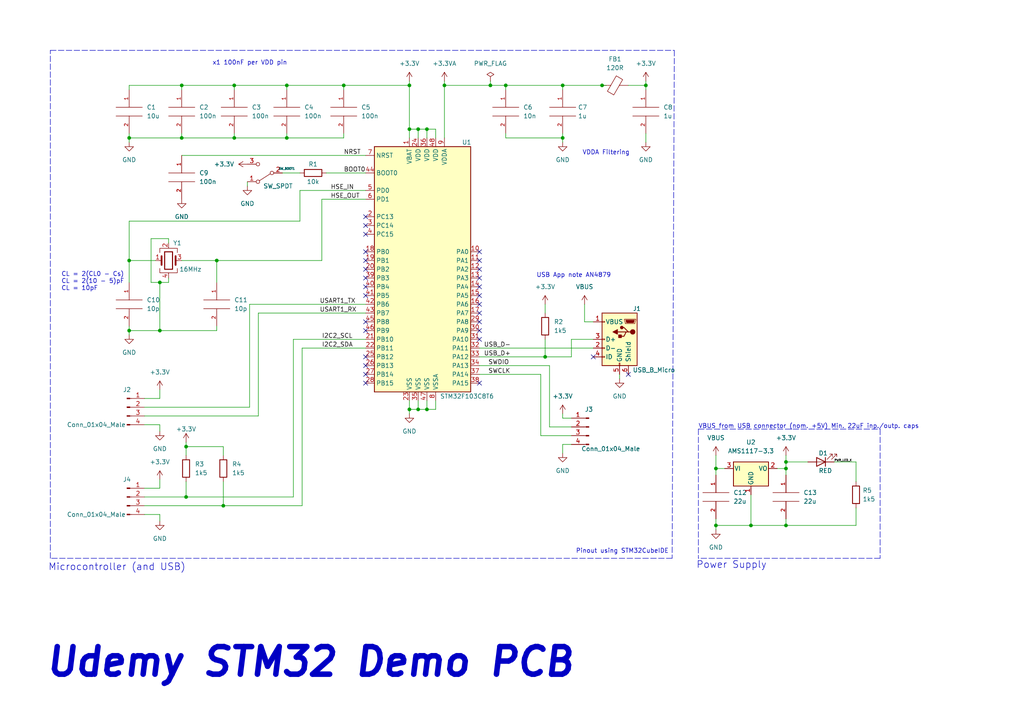
<source format=kicad_sch>
(kicad_sch (version 20211123) (generator eeschema)
  (paper "A4")
  (title_block (title "STM32 Blue Pill Clone") (date "2022-12-09") (rev "A") (comment 1 "Michael Ly (github.com/Michael-Q-Ly)"))
  (lib_symbols
    (symbol "Connector:Conn_01x04_Male" (pin_names (offset 1.016) hide)
      (property "Reference" "J" (at 0 5.08 0))
      (property "Value" "Conn_01x04_Male" (at 0 -7.62 0))
      (symbol "Conn_01x04_Male_1_1"
        (polyline (pts (xy 1.27 -5.08) (xy 0.8636 -5.08)) (stroke (width 0.1524)))
        (polyline (pts (xy 1.27 -2.54) (xy 0.8636 -2.54)) (stroke (width 0.1524)))
        (polyline (pts (xy 1.27 0) (xy 0.8636 0)) (stroke (width 0.1524)))
        (polyline (pts (xy 1.27 2.54) (xy 0.8636 2.54)) (stroke (width 0.1524)))
        (rectangle (start 0.8636 -4.953) (end 0 -5.207) (stroke (width 0.1524)) (fill (type outline)))
        (rectangle (start 0.8636 -2.413) (end 0 -2.667) (stroke (width 0.1524)) (fill (type outline)))
        (rectangle (start 0.8636 0.127) (end 0 -0.127) (stroke (width 0.1524)) (fill (type outline)))
        (rectangle (start 0.8636 2.667) (end 0 2.413) (stroke (width 0.1524)) (fill (type outline)))
        (pin passive line (at 5.08 2.54 180) (length 3.81) (name "Pin_1") (number "1"))
        (pin passive line (at 5.08 0 180) (length 3.81) (name "Pin_2") (number "2"))
        (pin passive line (at 5.08 -2.54 180) (length 3.81) (name "Pin_3") (number "3"))
        (pin passive line (at 5.08 -5.08 180) (length 3.81) (name "Pin_4") (number "4"))
      )
    )
    (symbol "Connector:USB_B_Micro" (pin_names (offset 1.016))
      (property "Reference" "J" (at -5.08 11.43 0))
      (property "Value" "USB_B_Micro" (at -5.08 8.89 0))
      (symbol "USB_B_Micro_0_1"
        (rectangle (start -5.08 -7.62) (end 5.08 7.62) (stroke (width 0.254)) (fill (type background)))
        (circle (center -3.81 2.159) (radius 0.635) (stroke (width 0.254)) (fill (type outline)))
        (circle (center -0.635 3.429) (radius 0.381) (stroke (width 0.254)) (fill (type outline)))
        (rectangle (start -0.127 -7.62) (end 0.127 -6.858))
        (polyline (pts (xy -1.905 2.159) (xy 0.635 2.159)) (stroke (width 0.254)))
        (polyline (pts (xy -3.175 2.159) (xy -2.54 2.159) (xy -1.27 3.429) (xy -0.635 3.429)) (stroke (width 0.254)))
        (polyline (pts (xy -2.54 2.159) (xy -1.905 2.159) (xy -1.27 0.889) (xy 0 0.889)) (stroke (width 0.254)))
        (polyline (pts (xy 0.635 2.794) (xy 0.635 1.524) (xy 1.905 2.159) (xy 0.635 2.794)) (stroke (width 0.254)) (fill (type outline)))
        (polyline (pts (xy -4.318 5.588) (xy -1.778 5.588) (xy -2.032 4.826) (xy -4.064 4.826) (xy -4.318 5.588)) (fill (type outline)))
        (polyline (pts (xy -4.699 5.842) (xy -4.699 5.588) (xy -4.445 4.826) (xy -4.445 4.572) (xy -1.651 4.572) (xy -1.651 4.826) (xy -1.397 5.588) (xy -1.397 5.842) (xy -4.699 5.842)))
        (rectangle (start 0.254 1.27) (end -0.508 0.508) (stroke (width 0.254)) (fill (type outline)))
        (rectangle (start 5.08 -5.207) (end 4.318 -4.953))
        (rectangle (start 5.08 -2.667) (end 4.318 -2.413))
        (rectangle (start 5.08 -0.127) (end 4.318 0.127))
        (rectangle (start 5.08 4.953) (end 4.318 5.207))
      )
      (symbol "USB_B_Micro_1_1"
        (pin power_out line (at 7.62 5.08 180) (length 2.54) (name "VBUS") (number "1"))
        (pin bidirectional line (at 7.62 -2.54 180) (length 2.54) (name "D-") (number "2"))
        (pin bidirectional line (at 7.62 0 180) (length 2.54) (name "D+") (number "3"))
        (pin passive line (at 7.62 -5.08 180) (length 2.54) (name "ID") (number "4"))
        (pin power_out line (at 0 -10.16 90) (length 2.54) (name "GND") (number "5"))
        (pin passive line (at -2.54 -10.16 90) (length 2.54) (name "Shield") (number "6"))
      )
    )
    (symbol "Device:Crystal_GND24" (pin_names (offset 1.016) hide)
      (property "Reference" "Y" (at 3.175 5.08 0))
      (property "Value" "Crystal_GND24" (at 3.175 3.175 0))
      (symbol "Crystal_GND24_0_1"
        (rectangle (start -1.143 2.54) (end 1.143 -2.54) (stroke (width 0.3048)))
        (polyline (pts (xy -2.54 0) (xy -2.032 0)))
        (polyline (pts (xy -2.032 -1.27) (xy -2.032 1.27)) (stroke (width 0.508)))
        (polyline (pts (xy 0 -3.81) (xy 0 -3.556)))
        (polyline (pts (xy 0 3.556) (xy 0 3.81)))
        (polyline (pts (xy 2.032 -1.27) (xy 2.032 1.27)) (stroke (width 0.508)))
        (polyline (pts (xy 2.032 0) (xy 2.54 0)))
        (polyline (pts (xy -2.54 -2.286) (xy -2.54 -3.556) (xy 2.54 -3.556) (xy 2.54 -2.286)))
        (polyline (pts (xy -2.54 2.286) (xy -2.54 3.556) (xy 2.54 3.556) (xy 2.54 2.286)))
      )
      (symbol "Crystal_GND24_1_1"
        (pin passive line (at -3.81 0 0) (length 1.27) (name "1") (number "1"))
        (pin passive line (at 0 5.08 270) (length 1.27) (name "2") (number "2"))
        (pin passive line (at 3.81 0 180) (length 1.27) (name "3") (number "3"))
        (pin passive line (at 0 -5.08 90) (length 1.27) (name "4") (number "4"))
      )
    )
    (symbol "Device:FerriteBead" (pin_numbers hide) (pin_names (offset 0))
      (property "Reference" "FB" (at -3.81 0.635 90))
      (property "Value" "FerriteBead" (at 3.81 0 90))
      (symbol "FerriteBead_0_1"
        (polyline (pts (xy 0 -1.27) (xy 0 -1.2192)))
        (polyline (pts (xy 0 1.27) (xy 0 1.2954)))
        (polyline (pts (xy -2.7686 0.4064) (xy -1.7018 2.2606) (xy 2.7686 -0.3048) (xy 1.6764 -2.159) (xy -2.7686 0.4064)))
      )
      (symbol "FerriteBead_1_1"
        (pin passive line (at 0 3.81 270) (length 2.54) (name "~") (number "1"))
        (pin passive line (at 0 -3.81 90) (length 2.54) (name "~") (number "2"))
      )
    )
    (symbol "Device:LED" (pin_numbers hide) (pin_names (offset 1.016) hide)
      (property "Reference" "D" (at 0 2.54 0))
      (property "Value" "LED" (at 0 -2.54 0))
      (symbol "LED_0_1"
        (polyline (pts (xy -1.27 -1.27) (xy -1.27 1.27)) (stroke (width 0.254)))
        (polyline (pts (xy -1.27 0) (xy 1.27 0)))
        (polyline (pts (xy 1.27 -1.27) (xy 1.27 1.27) (xy -1.27 0) (xy 1.27 -1.27)) (stroke (width 0.254)))
        (polyline (pts (xy -3.048 -0.762) (xy -4.572 -2.286) (xy -3.81 -2.286) (xy -4.572 -2.286) (xy -4.572 -1.524)))
        (polyline (pts (xy -1.778 -0.762) (xy -3.302 -2.286) (xy -2.54 -2.286) (xy -3.302 -2.286) (xy -3.302 -1.524)))
      )
      (symbol "LED_1_1"
        (pin passive line (at -3.81 0 0) (length 2.54) (name "K") (number "1"))
        (pin passive line (at 3.81 0 180) (length 2.54) (name "A") (number "2"))
      )
    )
    (symbol "Device:R" (pin_numbers hide) (pin_names (offset 0))
      (property "Reference" "R" (at 2.032 0 90))
      (property "Value" "R" (at 0 0 90))
      (symbol "R_0_1"
        (rectangle (start -1.016 -2.54) (end 1.016 2.54) (stroke (width 0.254)))
      )
      (symbol "R_1_1"
        (pin passive line (at 0 3.81 270) (length 1.27) (name "~") (number "1"))
        (pin passive line (at 0 -3.81 90) (length 1.27) (name "~") (number "2"))
      )
    )
    (symbol "MCU_ST_STM32F1:STM32F103C8Tx"
      (property "Reference" "U" (at -15.24 36.83 0))
      (property "Value" "STM32F103C8Tx" (at 7.62 36.83 0))
      (symbol "STM32F103C8Tx_0_1"
        (rectangle (start -15.24 -35.56) (end 12.7 35.56) (stroke (width 0.254)) (fill (type background)))
      )
      (symbol "STM32F103C8Tx_1_1"
        (pin power_in line (at -5.08 38.1 270) (length 2.54) (name "VBAT") (number "1"))
        (pin bidirectional line (at 15.24 5.08 180) (length 2.54) (name "PA0") (number "10"))
        (pin bidirectional line (at 15.24 2.54 180) (length 2.54) (name "PA1") (number "11"))
        (pin bidirectional line (at 15.24 0 180) (length 2.54) (name "PA2") (number "12"))
        (pin bidirectional line (at 15.24 -2.54 180) (length 2.54) (name "PA3") (number "13"))
        (pin bidirectional line (at 15.24 -5.08 180) (length 2.54) (name "PA4") (number "14"))
        (pin bidirectional line (at 15.24 -7.62 180) (length 2.54) (name "PA5") (number "15"))
        (pin bidirectional line (at 15.24 -10.16 180) (length 2.54) (name "PA6") (number "16"))
        (pin bidirectional line (at 15.24 -12.7 180) (length 2.54) (name "PA7") (number "17"))
        (pin bidirectional line (at -17.78 5.08 0) (length 2.54) (name "PB0") (number "18"))
        (pin bidirectional line (at -17.78 2.54 0) (length 2.54) (name "PB1") (number "19"))
        (pin bidirectional line (at -17.78 15.24 0) (length 2.54) (name "PC13") (number "2"))
        (pin bidirectional line (at -17.78 0 0) (length 2.54) (name "PB2") (number "20"))
        (pin bidirectional line (at -17.78 -20.32 0) (length 2.54) (name "PB10") (number "21"))
        (pin bidirectional line (at -17.78 -22.86 0) (length 2.54) (name "PB11") (number "22"))
        (pin power_in line (at -5.08 -38.1 90) (length 2.54) (name "VSS") (number "23"))
        (pin power_in line (at -2.54 38.1 270) (length 2.54) (name "VDD") (number "24"))
        (pin bidirectional line (at -17.78 -25.4 0) (length 2.54) (name "PB12") (number "25"))
        (pin bidirectional line (at -17.78 -27.94 0) (length 2.54) (name "PB13") (number "26"))
        (pin bidirectional line (at -17.78 -30.48 0) (length 2.54) (name "PB14") (number "27"))
        (pin bidirectional line (at -17.78 -33.02 0) (length 2.54) (name "PB15") (number "28"))
        (pin bidirectional line (at 15.24 -15.24 180) (length 2.54) (name "PA8") (number "29"))
        (pin bidirectional line (at -17.78 12.7 0) (length 2.54) (name "PC14") (number "3"))
        (pin bidirectional line (at 15.24 -17.78 180) (length 2.54) (name "PA9") (number "30"))
        (pin bidirectional line (at 15.24 -20.32 180) (length 2.54) (name "PA10") (number "31"))
        (pin bidirectional line (at 15.24 -22.86 180) (length 2.54) (name "PA11") (number "32"))
        (pin bidirectional line (at 15.24 -25.4 180) (length 2.54) (name "PA12") (number "33"))
        (pin bidirectional line (at 15.24 -27.94 180) (length 2.54) (name "PA13") (number "34"))
        (pin power_in line (at -2.54 -38.1 90) (length 2.54) (name "VSS") (number "35"))
        (pin power_in line (at 0 38.1 270) (length 2.54) (name "VDD") (number "36"))
        (pin bidirectional line (at 15.24 -30.48 180) (length 2.54) (name "PA14") (number "37"))
        (pin bidirectional line (at 15.24 -33.02 180) (length 2.54) (name "PA15") (number "38"))
        (pin bidirectional line (at -17.78 -2.54 0) (length 2.54) (name "PB3") (number "39"))
        (pin bidirectional line (at -17.78 10.16 0) (length 2.54) (name "PC15") (number "4"))
        (pin bidirectional line (at -17.78 -5.08 0) (length 2.54) (name "PB4") (number "40"))
        (pin bidirectional line (at -17.78 -7.62 0) (length 2.54) (name "PB5") (number "41"))
        (pin bidirectional line (at -17.78 -10.16 0) (length 2.54) (name "PB6") (number "42"))
        (pin bidirectional line (at -17.78 -12.7 0) (length 2.54) (name "PB7") (number "43"))
        (pin input line (at -17.78 27.94 0) (length 2.54) (name "BOOT0") (number "44"))
        (pin bidirectional line (at -17.78 -15.24 0) (length 2.54) (name "PB8") (number "45"))
        (pin bidirectional line (at -17.78 -17.78 0) (length 2.54) (name "PB9") (number "46"))
        (pin power_in line (at 0 -38.1 90) (length 2.54) (name "VSS") (number "47"))
        (pin power_in line (at 2.54 38.1 270) (length 2.54) (name "VDD") (number "48"))
        (pin input line (at -17.78 22.86 0) (length 2.54) (name "PD0") (number "5"))
        (pin input line (at -17.78 20.32 0) (length 2.54) (name "PD1") (number "6"))
        (pin input line (at -17.78 33.02 0) (length 2.54) (name "NRST") (number "7"))
        (pin power_in line (at 2.54 -38.1 90) (length 2.54) (name "VSSA") (number "8"))
        (pin power_in line (at 5.08 38.1 270) (length 2.54) (name "VDDA") (number "9"))
      )
    )
    (symbol "Regulator_Linear:AMS1117-3.3" (pin_names (offset 0.254))
      (property "Reference" "U" (at -3.81 3.175 0))
      (property "Value" "AMS1117-3.3" (at 0 3.175 0))
      (symbol "AMS1117-3.3_0_1"
        (rectangle (start -5.08 -5.08) (end 5.08 1.905) (stroke (width 0.254)) (fill (type background)))
      )
      (symbol "AMS1117-3.3_1_1"
        (pin power_in line (at 0 -7.62 90) (length 2.54) (name "GND") (number "1"))
        (pin power_out line (at 7.62 0 180) (length 2.54) (name "VO") (number "2"))
        (pin power_in line (at -7.62 0 0) (length 2.54) (name "VI") (number "3"))
      )
    )
    (symbol "Switch:SW_SPDT" (pin_names (offset 0) hide)
      (property "Reference" "SW" (at 0 4.318 0))
      (property "Value" "SW_SPDT" (at 0 -5.08 0))
      (symbol "SW_SPDT_0_0"
        (circle (center -2.032 0) (radius 0.508))
        (circle (center 2.032 -2.54) (radius 0.508))
      )
      (symbol "SW_SPDT_0_1"
        (polyline (pts (xy -1.524 0.254) (xy 1.651 2.286)))
        (circle (center 2.032 2.54) (radius 0.508))
      )
      (symbol "SW_SPDT_1_1"
        (pin passive line (at 5.08 2.54 180) (length 2.54) (name "A") (number "1"))
        (pin passive line (at -5.08 0 0) (length 2.54) (name "B") (number "2"))
        (pin passive line (at 5.08 -2.54 180) (length 2.54) (name "C") (number "3"))
      )
    )
    (symbol "power:+3.3V" (power) (pin_names (offset 0))
      (property "Value" "+3.3V" (at 0 3.556 0))
      (symbol "+3.3V_0_1"
        (polyline (pts (xy -0.762 1.27) (xy 0 2.54)))
        (polyline (pts (xy 0 0) (xy 0 2.54)))
        (polyline (pts (xy 0 2.54) (xy 0.762 1.27)))
      )
      (symbol "+3.3V_1_1"
        (pin power_in line (at 0 0 90) (length 0) hide (name "+3.3V") (number "1"))
      )
    )
    (symbol "power:+3.3VA" (power) (pin_names (offset 0))
      (property "Value" "+3.3VA" (at 0 3.556 0))
      (symbol "+3.3VA_0_1"
        (polyline (pts (xy -0.762 1.27) (xy 0 2.54)))
        (polyline (pts (xy 0 0) (xy 0 2.54)))
        (polyline (pts (xy 0 2.54) (xy 0.762 1.27)))
      )
      (symbol "+3.3VA_1_1"
        (pin power_in line (at 0 0 90) (length 0) hide (name "+3.3VA") (number "1"))
      )
    )
    (symbol "power:GND" (power) (pin_names (offset 0))
      (property "Value" "GND" (at 0 -3.81 0))
      (symbol "GND_0_1"
        (polyline (pts (xy 0 0) (xy 0 -1.27) (xy 1.27 -1.27) (xy 0 -2.54) (xy -1.27 -1.27) (xy 0 -1.27)))
      )
      (symbol "GND_1_1"
        (pin power_in line (at 0 0 270) (length 0) hide (name "GND") (number "1"))
      )
    )
    (symbol "power:PWR_FLAG" (power) (pin_numbers hide) (pin_names (offset 0) hide)
      (property "Value" "PWR_FLAG" (at 0 3.81 0))
      (symbol "PWR_FLAG_0_0"
        (pin power_out line (at 0 0 90) (length 0) (name "pwr") (number "1"))
      )
      (symbol "PWR_FLAG_0_1"
        (polyline (pts (xy 0 0) (xy 0 1.27) (xy -1.016 1.905) (xy 0 2.54) (xy 1.016 1.905) (xy 0 1.27)))
      )
    )
    (symbol "power:VBUS" (power) (pin_names (offset 0))
      (property "Value" "VBUS" (at 0 3.81 0))
      (symbol "VBUS_0_1"
        (polyline (pts (xy -0.762 1.27) (xy 0 2.54)))
        (polyline (pts (xy 0 0) (xy 0 2.54)))
        (polyline (pts (xy 0 2.54) (xy 0.762 1.27)))
      )
      (symbol "VBUS_1_1"
        (pin power_in line (at 0 0 90) (length 0) hide (name "VBUS") (number "1"))
      )
    )
    (symbol "pspice:C" (pin_names (offset 0.254))
      (property "Reference" "C" (at 2.54 3.81 90))
      (property "Value" "C" (at 2.54 -3.81 90))
      (symbol "C_0_1"
        (polyline (pts (xy -3.81 -1.27) (xy 3.81 -1.27)))
        (polyline (pts (xy -3.81 1.27) (xy 3.81 1.27)))
      )
      (symbol "C_1_1"
        (pin passive line (at 0 6.35 270) (length 5.08) (name "~") (number "1"))
        (pin passive line (at 0 -6.35 90) (length 5.08) (name "~") (number "2"))
      )
    )
  )
  (junction (at 46.355 81.915))
  (junction (at 83.185 24.765))
  (junction (at 118.745 37.465))
  (junction (at 142.24 24.765))
  (junction (at 37.465 95.885))
  (junction (at 158.115 103.505))
  (junction (at 146.685 24.765))
  (junction (at 52.705 24.765))
  (junction (at 187.325 24.765))
  (junction (at 67.945 40.005))
  (junction (at 217.805 152.4))
  (junction (at 118.745 24.765))
  (junction (at 62.865 75.565))
  (junction (at 83.185 40.005))
  (junction (at 46.355 95.885))
  (junction (at 123.825 37.465))
  (junction (at 227.965 135.89))
  (junction (at 53.975 144.145))
  (junction (at 37.465 40.005))
  (junction (at 52.705 40.005))
  (junction (at 123.825 118.745))
  (junction (at 53.975 129.54))
  (junction (at 163.195 24.765))
  (junction (at 227.965 152.4))
  (junction (at 227.965 133.985))
  (junction (at 128.905 24.765))
  (junction (at 207.645 135.89))
  (junction (at 64.77 146.685))
  (junction (at 121.285 118.745))
  (junction (at 99.695 24.765))
  (junction (at 121.285 37.465))
  (junction (at 163.195 40.005))
  (junction (at 37.465 75.565))
  (junction (at 67.945 24.765))
  (junction (at 118.745 118.745))
  (junction (at 174.625 24.765))
  (junction (at 207.645 152.4))
  (no_connect (at 106.045 67.945))
  (no_connect (at 139.065 75.565))
  (no_connect (at 139.065 88.265))
  (no_connect (at 106.045 75.565))
  (no_connect (at 139.065 83.185))
  (no_connect (at 106.045 73.025))
  (no_connect (at 182.245 108.585))
  (no_connect (at 106.045 62.865))
  (no_connect (at 139.065 90.805))
  (no_connect (at 106.045 65.405))
  (no_connect (at 106.045 78.105))
  (no_connect (at 139.065 93.345))
  (no_connect (at 106.045 111.125))
  (no_connect (at 106.045 80.645))
  (no_connect (at 106.045 83.185))
  (no_connect (at 139.065 80.645))
  (no_connect (at 139.065 73.025))
  (no_connect (at 106.045 93.345))
  (no_connect (at 139.065 111.125))
  (no_connect (at 139.065 85.725))
  (no_connect (at 139.065 95.885))
  (no_connect (at 139.065 98.425))
  (no_connect (at 106.045 103.505))
  (no_connect (at 139.065 78.105))
  (no_connect (at 106.045 108.585))
  (no_connect (at 172.085 103.505))
  (no_connect (at 106.045 95.885))
  (no_connect (at 106.045 106.045))
  (no_connect (at 106.045 85.725))
  (wire (pts (xy 182.245 24.765) (xy 187.325 24.765)))
  (wire (pts (xy 93.345 75.565) (xy 93.345 57.785)))
  (polyline (pts (xy 255.27 161.925) (xy 202.565 161.925)))
  (wire (pts (xy 207.645 135.89) (xy 207.645 137.795)))
  (wire (pts (xy 121.285 37.465) (xy 121.285 40.005)))
  (wire (pts (xy 163.195 128.905) (xy 163.195 131.445)))
  (wire (pts (xy 83.185 40.005) (xy 99.695 40.005)))
  (wire (pts (xy 86.995 64.135) (xy 37.465 64.135)))
  (wire (pts (xy 41.91 120.65) (xy 74.93 120.65)))
  (wire (pts (xy 41.91 144.145) (xy 53.975 144.145)))
  (wire (pts (xy 159.385 106.045) (xy 159.385 123.825)))
  (wire (pts (xy 118.745 118.745) (xy 118.745 120.015)))
  (wire (pts (xy 41.91 141.605) (xy 46.355 141.605)))
  (wire (pts (xy 53.975 129.54) (xy 64.77 129.54)))
  (wire (pts (xy 128.905 24.765) (xy 142.24 24.765)))
  (wire (pts (xy 163.195 40.005) (xy 163.195 41.275)))
  (wire (pts (xy 48.895 69.215) (xy 43.815 69.215)))
  (wire (pts (xy 99.695 24.765) (xy 118.745 24.765)))
  (wire (pts (xy 48.895 70.485) (xy 48.895 69.215)))
  (wire (pts (xy 43.815 69.215) (xy 43.815 81.915)))
  (wire (pts (xy 85.09 98.425) (xy 106.045 98.425)))
  (wire (pts (xy 158.115 88.265) (xy 158.115 90.805)))
  (wire (pts (xy 118.745 23.495) (xy 118.745 24.765)))
  (wire (pts (xy 118.745 37.465) (xy 118.745 40.005)))
  (wire (pts (xy 142.24 23.495) (xy 142.24 24.765)))
  (wire (pts (xy 207.645 132.08) (xy 207.645 135.89)))
  (wire (pts (xy 118.745 24.765) (xy 118.745 37.465)))
  (wire (pts (xy 87.63 146.685) (xy 64.77 146.685)))
  (wire (pts (xy 85.09 144.145) (xy 85.09 98.425)))
  (wire (pts (xy 106.045 100.965) (xy 87.63 100.965)))
  (wire (pts (xy 207.645 135.89) (xy 210.185 135.89)))
  (wire (pts (xy 106.045 88.265) (xy 72.39 88.265)))
  (polyline (pts (xy 202.565 124.46) (xy 255.27 124.46)))
  (wire (pts (xy 37.465 64.135) (xy 37.465 75.565)))
  (wire (pts (xy 227.965 135.89) (xy 227.965 137.795)))
  (wire (pts (xy 43.815 81.915) (xy 46.355 81.915)))
  (wire (pts (xy 93.345 57.785) (xy 106.045 57.785)))
  (wire (pts (xy 53.975 129.54) (xy 53.975 132.08)))
  (wire (pts (xy 41.91 118.11) (xy 72.39 118.11)))
  (wire (pts (xy 67.945 24.765) (xy 67.945 26.035)))
  (wire (pts (xy 52.705 38.735) (xy 52.705 40.005)))
  (wire (pts (xy 118.745 37.465) (xy 121.285 37.465)))
  (wire (pts (xy 64.77 139.7) (xy 64.77 146.685)))
  (wire (pts (xy 121.285 116.205) (xy 121.285 118.745)))
  (wire (pts (xy 139.065 108.585) (xy 156.845 108.585)))
  (wire (pts (xy 146.685 38.735) (xy 146.685 40.005)))
  (wire (pts (xy 227.965 132.08) (xy 227.965 133.985)))
  (wire (pts (xy 37.465 24.765) (xy 52.705 24.765)))
  (wire (pts (xy 174.625 24.765) (xy 175.895 24.765)))
  (wire (pts (xy 156.845 108.585) (xy 156.845 126.365)))
  (wire (pts (xy 248.285 147.32) (xy 248.285 152.4)))
  (wire (pts (xy 37.465 40.005) (xy 37.465 41.275)))
  (wire (pts (xy 165.735 128.905) (xy 163.195 128.905)))
  (wire (pts (xy 146.685 24.765) (xy 163.195 24.765)))
  (wire (pts (xy 163.195 121.285) (xy 165.735 121.285)))
  (polyline (pts (xy 14.605 14.605) (xy 195.58 14.605)))
  (wire (pts (xy 81.915 50.165) (xy 86.995 50.165)))
  (wire (pts (xy 52.705 40.005) (xy 67.945 40.005)))
  (wire (pts (xy 172.085 98.425) (xy 165.735 98.425)))
  (polyline (pts (xy 195.58 14.605) (xy 194.945 161.925)))
  (polyline (pts (xy 255.27 124.46) (xy 255.27 161.925)))
  (wire (pts (xy 62.865 95.885) (xy 62.865 94.615)))
  (wire (pts (xy 234.315 133.985) (xy 227.965 133.985)))
  (wire (pts (xy 67.945 40.005) (xy 83.185 40.005)))
  (wire (pts (xy 207.645 150.495) (xy 207.645 152.4)))
  (wire (pts (xy 158.115 103.505) (xy 165.735 103.505)))
  (wire (pts (xy 169.545 93.345) (xy 172.085 93.345)))
  (wire (pts (xy 248.285 133.985) (xy 248.285 139.7)))
  (wire (pts (xy 106.045 45.085) (xy 52.705 45.085)))
  (wire (pts (xy 121.285 37.465) (xy 123.825 37.465)))
  (wire (pts (xy 159.385 123.825) (xy 165.735 123.825)))
  (wire (pts (xy 74.93 90.805) (xy 74.93 120.65)))
  (wire (pts (xy 53.975 144.145) (xy 85.09 144.145)))
  (wire (pts (xy 139.065 103.505) (xy 158.115 103.505)))
  (polyline (pts (xy 194.945 161.925) (xy 14.605 161.925)))
  (wire (pts (xy 64.77 146.685) (xy 41.91 146.685)))
  (wire (pts (xy 41.91 123.19) (xy 46.355 123.19)))
  (wire (pts (xy 52.705 24.765) (xy 67.945 24.765)))
  (wire (pts (xy 52.705 24.765) (xy 52.705 26.035)))
  (wire (pts (xy 139.065 100.965) (xy 172.085 100.965)))
  (wire (pts (xy 227.965 135.89) (xy 225.425 135.89)))
  (wire (pts (xy 87.63 100.965) (xy 87.63 146.685)))
  (wire (pts (xy 83.185 38.735) (xy 83.185 40.005)))
  (wire (pts (xy 46.355 95.885) (xy 62.865 95.885)))
  (wire (pts (xy 37.465 94.615) (xy 37.465 95.885)))
  (wire (pts (xy 46.355 125.095) (xy 46.355 123.19)))
  (polyline (pts (xy 202.565 124.46) (xy 202.565 161.925)))
  (wire (pts (xy 169.545 88.265) (xy 169.545 93.345)))
  (wire (pts (xy 121.285 118.745) (xy 123.825 118.745)))
  (wire (pts (xy 106.045 90.805) (xy 74.93 90.805)))
  (wire (pts (xy 187.325 24.765) (xy 187.325 26.035)))
  (wire (pts (xy 37.465 24.765) (xy 37.465 26.035)))
  (wire (pts (xy 207.645 152.4) (xy 207.645 153.67)))
  (wire (pts (xy 46.355 81.915) (xy 46.355 95.885)))
  (wire (pts (xy 53.975 128.27) (xy 53.975 129.54)))
  (wire (pts (xy 37.465 95.885) (xy 46.355 95.885)))
  (wire (pts (xy 86.995 55.245) (xy 106.045 55.245)))
  (wire (pts (xy 37.465 40.005) (xy 52.705 40.005)))
  (wire (pts (xy 62.865 75.565) (xy 62.865 81.915)))
  (wire (pts (xy 156.845 126.365) (xy 165.735 126.365)))
  (wire (pts (xy 72.39 88.265) (xy 72.39 118.11)))
  (wire (pts (xy 163.195 38.735) (xy 163.195 40.005)))
  (wire (pts (xy 187.325 38.735) (xy 187.325 41.275)))
  (wire (pts (xy 128.905 24.765) (xy 128.905 40.005)))
  (wire (pts (xy 62.865 75.565) (xy 93.345 75.565)))
  (wire (pts (xy 128.905 23.495) (xy 128.905 24.765)))
  (wire (pts (xy 64.77 129.54) (xy 64.77 132.08)))
  (wire (pts (xy 227.965 152.4) (xy 227.965 150.495)))
  (wire (pts (xy 163.195 120.015) (xy 163.195 121.285)))
  (wire (pts (xy 217.805 152.4) (xy 227.965 152.4)))
  (wire (pts (xy 53.975 139.7) (xy 53.975 144.145)))
  (wire (pts (xy 83.185 24.765) (xy 99.695 24.765)))
  (wire (pts (xy 86.995 55.245) (xy 86.995 64.135)))
  (wire (pts (xy 123.825 37.465) (xy 123.825 40.005)))
  (wire (pts (xy 126.365 118.745) (xy 126.365 116.205)))
  (wire (pts (xy 179.705 108.585) (xy 179.705 109.855)))
  (wire (pts (xy 187.325 23.495) (xy 187.325 24.765)))
  (wire (pts (xy 83.185 24.765) (xy 83.185 26.035)))
  (wire (pts (xy 46.355 115.57) (xy 46.355 113.03)))
  (wire (pts (xy 227.965 152.4) (xy 248.285 152.4)))
  (wire (pts (xy 48.895 81.915) (xy 48.895 80.645)))
  (wire (pts (xy 46.355 81.915) (xy 48.895 81.915)))
  (wire (pts (xy 217.805 143.51) (xy 217.805 152.4)))
  (wire (pts (xy 41.91 115.57) (xy 46.355 115.57)))
  (wire (pts (xy 52.705 75.565) (xy 62.865 75.565)))
  (wire (pts (xy 158.115 98.425) (xy 158.115 103.505)))
  (wire (pts (xy 123.825 37.465) (xy 126.365 37.465)))
  (wire (pts (xy 139.065 106.045) (xy 159.385 106.045)))
  (wire (pts (xy 99.695 24.765) (xy 99.695 26.035)))
  (wire (pts (xy 146.685 24.765) (xy 146.685 26.035)))
  (wire (pts (xy 41.91 149.225) (xy 46.355 149.225)))
  (wire (pts (xy 123.825 118.745) (xy 126.365 118.745)))
  (wire (pts (xy 241.935 133.985) (xy 248.285 133.985)))
  (wire (pts (xy 118.745 116.205) (xy 118.745 118.745)))
  (polyline (pts (xy 14.605 161.925) (xy 14.605 14.605)))
  (wire (pts (xy 94.615 50.165) (xy 106.045 50.165)))
  (wire (pts (xy 37.465 95.885) (xy 37.465 97.155)))
  (wire (pts (xy 207.645 152.4) (xy 217.805 152.4)))
  (wire (pts (xy 165.735 98.425) (xy 165.735 103.505)))
  (wire (pts (xy 118.745 118.745) (xy 121.285 118.745)))
  (wire (pts (xy 126.365 37.465) (xy 126.365 40.005)))
  (wire (pts (xy 227.965 133.985) (xy 227.965 135.89)))
  (wire (pts (xy 146.685 40.005) (xy 163.195 40.005)))
  (wire (pts (xy 142.24 24.765) (xy 146.685 24.765)))
  (wire (pts (xy 71.755 52.705) (xy 71.755 53.975)))
  (wire (pts (xy 99.695 40.005) (xy 99.695 38.735)))
  (wire (pts (xy 123.825 116.205) (xy 123.825 118.745)))
  (wire (pts (xy 67.945 24.765) (xy 83.185 24.765)))
  (wire (pts (xy 163.195 24.765) (xy 163.195 26.035)))
  (wire (pts (xy 46.355 151.13) (xy 46.355 149.225)))
  (wire (pts (xy 46.355 141.605) (xy 46.355 139.065)))
  (wire (pts (xy 163.195 24.765) (xy 174.625 24.765)))
  (wire (pts (xy 37.465 75.565) (xy 45.085 75.565)))
  (wire (pts (xy 37.465 38.735) (xy 37.465 40.005)))
  (wire (pts (xy 37.465 75.565) (xy 37.465 81.915)))
  (wire (pts (xy 67.945 38.735) (xy 67.945 40.005)))
  (text "Microcontroller (and USB)" (at 13.97 165.735 0) (effects (font (size 2 2)) (justify left bottom)))
  (text "Pinout using STM32CubeIDE" (at 167.005 160.655 0) (effects (font (size 1.27 1.27)) (justify left bottom)))
  (text "CL = 2(CL0 - Cs)\nCL = 2(10 - 5)pF\nCL = 10pF" (at 17.78 84.455 0) (effects (font (size 1.27 1.27)) (justify left bottom)))
  (text "x1 100nF per VDD pin" (at 61.595 19.05 0) (effects (font (size 1.27 1.27)) (justify left bottom)))
  (text "USB App note AN4879" (at 155.575 80.645 0) (effects (font (size 1.27 1.27)) (justify left bottom)))
  (text "VDDA Filtering" (at 168.91 45.085 0) (effects (font (size 1.27 1.27)) (justify left bottom)))
  (text "Udemy STM32 Demo PCB" (at 12.7 196.85 0) (effects (font (size 8 8) (thickness 1.6) bold italic) (justify left bottom)))
  (text "VBUS from USB connector (nom. +5V) Min. 22uF inp./outp. caps" (at 202.565 124.46 0) (effects (font (size 1.27 1.27)) (justify left bottom)))
  (text "Power Supply" (at 201.93 165.1 0) (effects (font (size 2 2)) (justify left bottom)))
  (label "USART1_TX" (at 92.71 88.265 0))
  (label "PWR_LED_K" (at 241.935 133.985 0) (effects (font (size 0.6 0.6))))
  (label "I2C2_SCL" (at 93.345 98.425 0))
  (label "BOOT0" (at 99.695 50.165 0))
  (label "SWCLK" (at 141.605 108.585 0))
  (label "USB_D-" (at 140.335 100.965 0))
  (label "SWDIO" (at 141.605 106.045 0))
  (label "I2C2_SDA" (at 93.345 100.965 0))
  (label "HSE_IN" (at 95.885 55.245 0))
  (label "USB_D+" (at 140.335 103.505 0))
  (label "HSE_OUT" (at 95.885 57.785 0))
  (label "NRST" (at 99.695 45.085 0))
  (label "USART1_RX" (at 92.71 90.805 0))
  (symbol (lib_id "power:VBUS") (at 207.645 132.08 0) (unit 1)
    (property "Reference" "#PWR020" (effects hide))
    (property "Value" "VBUS" (at 207.645 127 0))
  )
  (symbol (lib_id "power:+3.3V") (at 46.355 113.03 0) (unit 1)
    (property "Reference" "#PWR014" (effects hide))
    (property "Value" "+3.3V" (at 46.355 107.95 0))
  )
  (symbol (lib_id "power:+3.3V") (at 163.195 120.015 0) (unit 1)
    (property "Reference" "#PWR016" (effects hide))
    (property "Value" "+3.3V" (at 163.195 114.935 0))
  )
  (symbol (lib_id "power:PWR_FLAG") (at 142.24 23.495 0) (unit 1)
    (property "Reference" "#FLG0101" (effects hide))
    (property "Value" "PWR_FLAG" (at 142.24 18.415 0))
  )
  (symbol (lib_id "pspice:C") (at 99.695 32.385 0) (unit 1)
    (property "Reference" "C5" (at 104.775 31.1149 0) (effects (justify left)))
    (property "Value" "100n" (at 104.775 33.6549 0) (effects (justify left)))
    (property "Footprint" "Capacitor_SMD:C_0402_1005Metric" (effects hide))
  )
  (symbol (lib_id "Connector:Conn_01x04_Male") (at 170.815 123.825 0) (mirror y) (unit 1)
    (property "Reference" "J3" (at 170.815 118.745 0))
    (property "Value" "Conn_01x04_Male" (at 177.165 130.175 0))
    (property "Footprint" "Connector_PinHeader_2.54mm:PinHeader_1x04_P2.54mm_Vertical" (effects hide))
  )
  (symbol (lib_id "power:+3.3VA") (at 128.905 23.495 0) (unit 1)
    (property "Reference" "#PWR02" (effects hide))
    (property "Value" "+3.3VA" (at 128.905 18.415 0))
  )
  (symbol (lib_id "power:GND") (at 179.705 109.855 0) (unit 1)
    (property "Reference" "#PWR013" (effects hide))
    (property "Value" "GND" (at 179.705 114.935 0))
  )
  (symbol (lib_id "pspice:C") (at 207.645 144.145 0) (unit 1)
    (property "Reference" "C12" (at 212.725 142.8749 0) (effects (justify left)))
    (property "Value" "22u" (at 212.725 145.4149 0) (effects (justify left)))
    (property "Footprint" "Capacitor_SMD:C_0805_2012Metric" (effects hide))
  )
  (symbol (lib_id "Device:R") (at 248.285 143.51 0) (unit 1)
    (property "Reference" "R5" (at 250.19 142.2399 0) (effects (justify left)))
    (property "Value" "1k5" (at 250.19 144.7799 0) (effects (justify left)))
    (property "Footprint" "Resistor_SMD:R_0402_1005Metric" (effects hide))
  )
  (symbol (lib_id "Device:R") (at 90.805 50.165 90) (unit 1)
    (property "Reference" "R1" (at 90.805 47.625 90))
    (property "Value" "10k" (at 90.805 52.705 90))
    (property "Footprint" "Resistor_SMD:R_0402_1005Metric" (effects hide))
  )
  (symbol (lib_id "power:GND") (at 52.705 57.785 0) (unit 1)
    (property "Reference" "#PWR09" (effects hide))
    (property "Value" "GND" (at 52.705 62.865 0))
  )
  (symbol (lib_id "pspice:C") (at 146.685 32.385 0) (unit 1)
    (property "Reference" "C6" (at 151.765 31.1149 0) (effects (justify left)))
    (property "Value" "10n" (at 151.765 33.6549 0) (effects (justify left)))
    (property "Footprint" "Capacitor_SMD:C_0402_1005Metric" (effects hide))
  )
  (symbol (lib_id "power:GND") (at 71.755 53.975 0) (unit 1)
    (property "Reference" "#PWR08" (effects hide))
    (property "Value" "GND" (at 71.755 59.055 0))
  )
  (symbol (lib_id "power:GND") (at 37.465 97.155 0) (unit 1)
    (property "Reference" "#PWR012" (effects hide))
    (property "Value" "GND" (at 37.465 102.235 0))
  )
  (symbol (lib_id "power:+3.3V") (at 187.325 23.495 0) (unit 1)
    (property "Reference" "#PWR03" (effects hide))
    (property "Value" "+3.3V" (at 187.325 18.415 0))
  )
  (symbol (lib_id "pspice:C") (at 83.185 32.385 0) (unit 1)
    (property "Reference" "C4" (at 88.265 31.1149 0) (effects (justify left)))
    (property "Value" "100n" (at 88.265 33.6549 0) (effects (justify left)))
    (property "Footprint" "Capacitor_SMD:C_0402_1005Metric" (effects hide))
  )
  (symbol (lib_id "pspice:C") (at 37.465 32.385 0) (unit 1)
    (property "Reference" "C1" (at 42.545 31.1149 0) (effects (justify left)))
    (property "Value" "10u" (at 42.545 33.6549 0) (effects (justify left)))
    (property "Footprint" "Capacitor_SMD:C_0603_1608Metric" (effects hide))
  )
  (symbol (lib_id "power:+3.3V") (at 118.745 23.495 0) (unit 1)
    (property "Reference" "#PWR01" (effects hide))
    (property "Value" "+3.3V" (at 118.745 18.415 0))
  )
  (symbol (lib_id "power:+3.3V") (at 53.975 128.27 0) (unit 1)
    (property "Reference" "#PWR018" (effects hide))
    (property "Value" "+3.3V" (at 53.975 124.46 0))
  )
  (symbol (lib_id "Device:FerriteBead") (at 178.435 24.765 90) (unit 1)
    (property "Reference" "FB1" (at 178.3842 17.145 90))
    (property "Value" "120R" (at 178.3842 19.685 90))
    (property "Footprint" "Inductor_SMD:L_0603_1608Metric" (effects hide))
  )
  (symbol (lib_id "power:GND") (at 163.195 41.275 0) (unit 1)
    (property "Reference" "#PWR05" (effects hide))
    (property "Value" "GND" (at 163.195 46.355 0))
  )
  (symbol (lib_id "Device:R") (at 158.115 94.615 0) (unit 1)
    (property "Reference" "R2" (at 160.655 93.3449 0) (effects (justify left)))
    (property "Value" "1k5" (at 160.655 95.8849 0) (effects (justify left)))
    (property "Footprint" "Resistor_SMD:R_0402_1005Metric" (effects hide))
  )
  (symbol (lib_id "pspice:C") (at 52.705 51.435 0) (unit 1)
    (property "Reference" "C9" (at 57.785 50.1649 0) (effects (justify left)))
    (property "Value" "100n" (at 57.785 52.7049 0) (effects (justify left)))
    (property "Footprint" "Capacitor_SMD:C_0402_1005Metric" (effects hide))
  )
  (symbol (lib_id "Device:Crystal_GND24") (at 48.895 75.565 0) (unit 1)
    (property "Reference" "Y1" (at 51.435 70.485 0))
    (property "Value" "16MHz" (at 55.245 78.105 0))
    (property "Footprint" "Crystal:Crystal_SMD_3225-4Pin_3.2x2.5mm" (effects hide))
  )
  (symbol (lib_id "power:+3.3V") (at 71.755 47.625 90) (unit 1)
    (property "Reference" "#PWR07" (effects hide))
    (property "Value" "+3.3V" (at 67.945 47.6249 90) (effects (justify left)))
  )
  (symbol (lib_id "pspice:C") (at 187.325 32.385 0) (unit 1)
    (property "Reference" "C8" (at 192.405 31.1149 0) (effects (justify left)))
    (property "Value" "1u" (at 192.405 33.6549 0) (effects (justify left)))
    (property "Footprint" "Capacitor_SMD:C_0402_1005Metric" (effects hide))
  )
  (symbol (lib_id "power:GND") (at 118.745 120.015 0) (unit 1)
    (property "Reference" "#PWR015" (effects hide))
    (property "Value" "GND" (at 118.745 125.095 0))
  )
  (symbol (lib_id "power:GND") (at 207.645 153.67 0) (unit 1)
    (property "Reference" "#PWR024" (effects hide))
    (property "Value" "GND" (at 207.645 158.75 0))
  )
  (symbol (lib_id "power:GND") (at 46.355 125.095 0) (unit 1)
    (property "Reference" "#PWR017" (effects hide))
    (property "Value" "GND" (at 46.355 130.175 0))
  )
  (symbol (lib_id "pspice:C") (at 62.865 88.265 0) (unit 1)
    (property "Reference" "C11" (at 67.945 86.9949 0) (effects (justify left)))
    (property "Value" "10p" (at 67.945 89.5349 0) (effects (justify left)))
    (property "Footprint" "Capacitor_SMD:C_0402_1005Metric" (effects hide))
  )
  (symbol (lib_id "Connector:USB_B_Micro") (at 179.705 98.425 0) (mirror y) (unit 1)
    (property "Reference" "J1" (at 183.515 89.535 0) (effects (justify right)))
    (property "Value" "USB_B_Micro" (at 183.515 107.315 0) (effects (justify right)))
    (property "Footprint" "Connector_USB:USB_Micro-B_Wuerth_629105150521" (effects hide))
  )
  (symbol (lib_id "pspice:C") (at 52.705 32.385 0) (unit 1)
    (property "Reference" "C2" (at 57.785 31.1149 0) (effects (justify left)))
    (property "Value" "100n" (at 57.785 33.6549 0) (effects (justify left)))
    (property "Footprint" "Capacitor_SMD:C_0402_1005Metric" (effects hide))
  )
  (symbol (lib_id "power:VBUS") (at 169.545 88.265 0) (unit 1)
    (property "Reference" "#PWR011" (effects hide))
    (property "Value" "VBUS" (at 169.545 83.185 0))
  )
  (symbol (lib_id "power:+3.3V") (at 158.115 88.265 0) (unit 1)
    (property "Reference" "#PWR010" (effects hide))
    (property "Value" "+3.3V" (at 158.115 83.185 0))
  )
  (symbol (lib_id "power:GND") (at 187.325 41.275 0) (unit 1)
    (property "Reference" "#PWR06" (effects hide))
    (property "Value" "GND" (at 187.325 46.355 0))
  )
  (symbol (lib_id "pspice:C") (at 163.195 32.385 0) (unit 1)
    (property "Reference" "C7" (at 167.64 31.1149 0) (effects (justify left)))
    (property "Value" "1u" (at 167.64 33.6549 0) (effects (justify left)))
    (property "Footprint" "Capacitor_SMD:C_0402_1005Metric" (effects hide))
  )
  (symbol (lib_id "pspice:C") (at 37.465 88.265 0) (unit 1)
    (property "Reference" "C10" (at 42.545 86.9949 0) (effects (justify left)))
    (property "Value" "10p" (at 42.545 89.5349 0) (effects (justify left)))
    (property "Footprint" "Capacitor_SMD:C_0402_1005Metric" (effects hide))
  )
  (symbol (lib_id "Regulator_Linear:AMS1117-3.3") (at 217.805 135.89 0) (unit 1)
    (property "Reference" "U2" (at 217.805 128.27 0))
    (property "Value" "AMS1117-3.3" (at 217.805 130.81 0))
    (property "Footprint" "Package_TO_SOT_SMD:SOT-223-3_TabPin2" (effects hide))
    (property "Datasheet" "http://www.advanced-monolithic.com/pdf/ds1117.pdf" (effects hide))
  )
  (symbol (lib_id "Connector:Conn_01x04_Male") (at 36.83 144.145 0) (unit 1)
    (property "Reference" "J4" (at 36.83 139.065 0))
    (property "Value" "Conn_01x04_Male" (at 27.94 149.225 0))
    (property "Footprint" "Connector_PinHeader_2.54mm:PinHeader_1x04_P2.54mm_Vertical" (effects hide))
  )
  (symbol (lib_id "Device:R") (at 53.975 135.89 0) (unit 1)
    (property "Reference" "R3" (at 56.515 134.6199 0) (effects (justify left)))
    (property "Value" "1k5" (at 56.515 137.1599 0) (effects (justify left)))
    (property "Footprint" "Resistor_SMD:R_0402_1005Metric" (effects hide))
  )
  (symbol (lib_id "pspice:C") (at 227.965 144.145 0) (unit 1)
    (property "Reference" "C13" (at 233.045 142.8749 0) (effects (justify left)))
    (property "Value" "22u" (at 233.045 145.4149 0) (effects (justify left)))
    (property "Footprint" "Capacitor_SMD:C_0805_2012Metric" (effects hide))
  )
  (symbol (lib_id "power:+3.3V") (at 46.355 139.065 0) (unit 1)
    (property "Reference" "#PWR022" (effects hide))
    (property "Value" "+3.3V" (at 46.355 133.985 0))
  )
  (symbol (lib_id "Device:R") (at 64.77 135.89 0) (unit 1)
    (property "Reference" "R4" (at 67.31 134.6199 0) (effects (justify left)))
    (property "Value" "1k5" (at 67.31 137.1599 0) (effects (justify left)))
    (property "Footprint" "Resistor_SMD:R_0402_1005Metric" (effects hide))
  )
  (symbol (lib_id "Switch:SW_SPDT") (at 76.835 50.165 180) (unit 1)
    (property "Reference" "SW_BOOT1" (at 83.185 48.895 0) (effects (font (size 0.6 0.6))))
    (property "Value" "SW_SPDT" (at 80.645 53.975 0))
    (property "Footprint" "Button_Switch_THT:SW_E-Switch_EG1224_SPDT_Angled" (effects hide))
  )
  (symbol (lib_id "power:GND") (at 163.195 131.445 0) (unit 1)
    (property "Reference" "#PWR019" (effects hide))
    (property "Value" "GND" (at 163.195 136.525 0))
  )
  (symbol (lib_id "power:+3.3V") (at 227.965 132.08 0) (unit 1)
    (property "Reference" "#PWR021" (effects hide))
    (property "Value" "+3.3V" (at 227.965 127 0))
  )
  (symbol (lib_id "power:GND") (at 46.355 151.13 0) (unit 1)
    (property "Reference" "#PWR023" (effects hide))
    (property "Value" "GND" (at 46.355 156.21 0))
  )
  (symbol (lib_id "pspice:C") (at 67.945 32.385 0) (unit 1)
    (property "Reference" "C3" (at 73.025 31.1149 0) (effects (justify left)))
    (property "Value" "100n" (at 73.025 33.6549 0) (effects (justify left)))
    (property "Footprint" "Capacitor_SMD:C_0402_1005Metric" (effects hide))
  )
  (symbol (lib_id "Connector:Conn_01x04_Male") (at 36.83 118.11 0) (unit 1)
    (property "Reference" "J2" (at 36.83 113.03 0))
    (property "Value" "Conn_01x04_Male" (at 27.94 123.19 0))
    (property "Footprint" "Connector_PinHeader_2.54mm:PinHeader_1x04_P2.54mm_Vertical" (effects hide))
  )
  (symbol (lib_id "Device:LED") (at 238.125 133.985 180) (unit 1)
    (property "Reference" "D1" (at 238.76 131.445 0))
    (property "Value" "RED" (at 239.395 136.525 0))
    (property "Footprint" "LED_SMD:LED_0603_1608Metric" (effects hide))
  )
  (symbol (lib_id "power:GND") (at 37.465 41.275 0) (unit 1)
    (property "Reference" "#PWR04" (effects hide))
    (property "Value" "GND" (at 37.465 46.355 0))
  )
  (symbol (lib_id "MCU_ST_STM32F1:STM32F103C8Tx") (at 123.825 78.105 0) (unit 1)
    (property "Reference" "U1" (at 133.985 41.275 0) (effects (justify left)))
    (property "Value" "STM32F103C8T6" (at 127.635 114.935 0) (effects (justify left)))
    (property "Footprint" "Package_QFP:LQFP-48_7x7mm_P0.5mm" (effects hide))
    (property "Datasheet" "http://www.st.com/st-web-ui/static/active/en/resource/technical/document/datasheet/CD00161566.pdf" (effects hide))
  )
)
</source>
